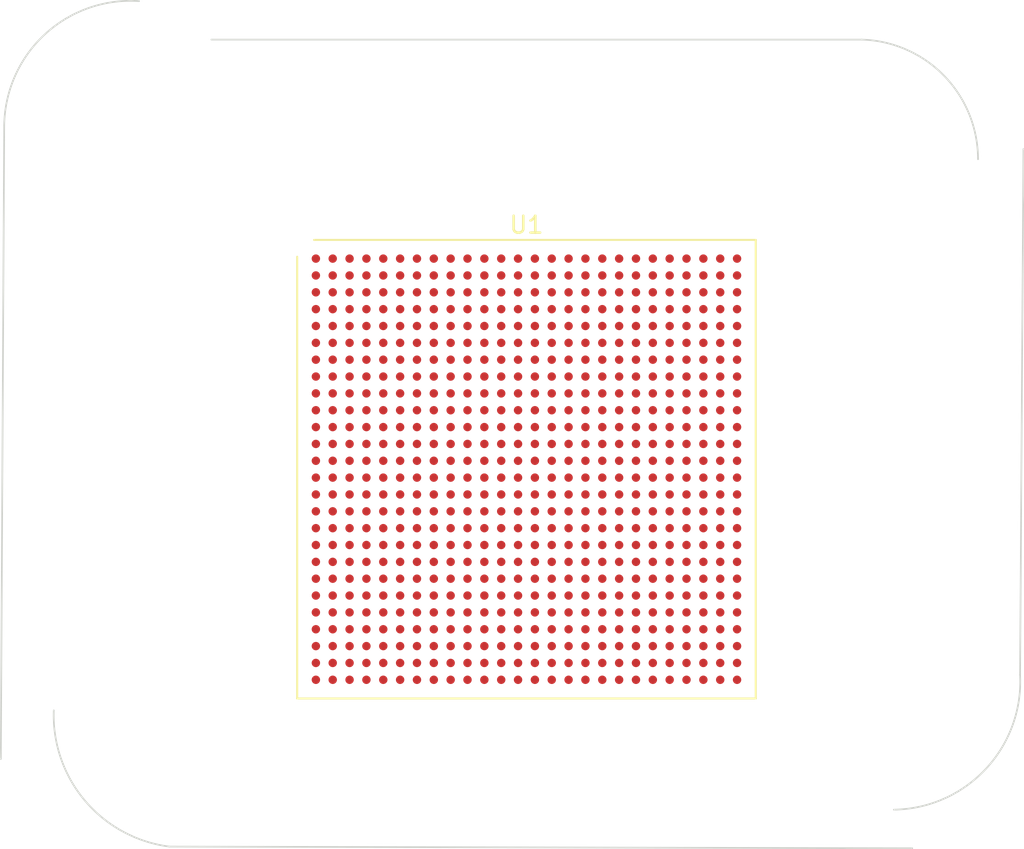
<source format=kicad_pcb>
(kicad_pcb (version 20221018) (generator pcbnew)
  (layers (0 "F.Cu" signal) (31 "B.Cu" signal) (34 "B.Paste" user) (35 "F.Paste" user) (36 "B.SilkS" user "B.Silkscreen") (37 "F.SilkS" user "F.Silkscreen") (38 "B.Mask" user) (39 "F.Mask" user) (44 "Edge.Cuts" user))
  (net 0 "")
  (net 1 "+3V3")
  (net 6 "GND")
  (net 410 "TDO")
  (footprint "Package_BGA:Xilinx_FGG676" (layer "F.Cu") (at 146.6 90.9)
    (fp_text reference "U1")
    (fp_text value "XC7A100T-FGG676")
  )
  (gr_arc (start 115.600001 70.5) (mid 118.014764 65.086348) (end 123.605649 63.116397) (stroke (width 0.1)) (layer "Edge.Cuts"))
  (gr_line (start 125.4 113.3) (end 169.5 113.4) (stroke (width 0.1)) (layer "Edge.Cuts"))
  (gr_line (start 115.6 70.5) (end 115.4 108.1) (stroke (width 0.1)) (layer "Edge.Cuts"))
  (gr_line (start 127.9 65.4) (end 166.5 65.4) (stroke (width 0.1)) (layer "Edge.Cuts"))
  (gr_arc (start 175.9 103.1) (mid 173.85887 108.697977) (end 168.410286 111.10972) (stroke (width 0.1)) (layer "Edge.Cuts"))
  (gr_arc (start 166.5 65.4) (mid 171.392669 67.548766) (end 173.402816 72.5) (stroke (width 0.1)) (layer "Edge.Cuts"))
  (gr_line (start 176.1 71.9) (end 175.9 103.1) (stroke (width 0.1)) (layer "Edge.Cuts"))
  (gr_arc (start 125.4 113.3) (mid 120.403572 110.587519) (end 118.541291 105.21595) (stroke (width 0.1)) (layer "Edge.Cuts"))
)
</source>
